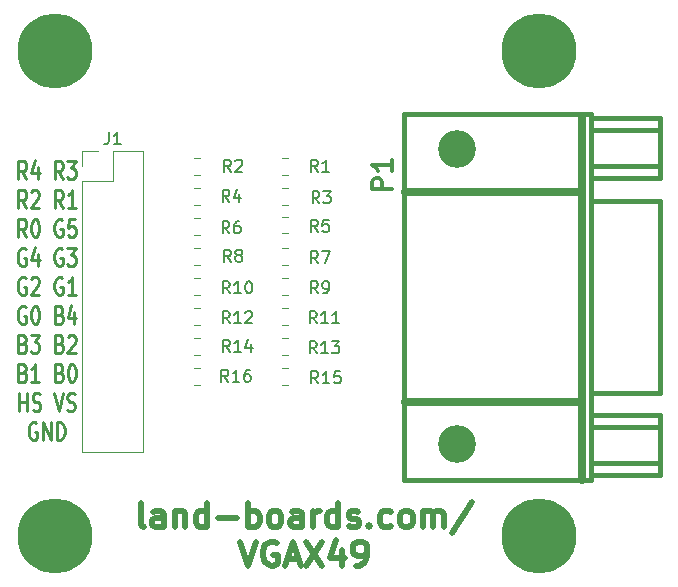
<source format=gto>
G04 #@! TF.GenerationSoftware,KiCad,Pcbnew,(6.0.1)*
G04 #@! TF.CreationDate,2022-05-17T17:19:42-04:00*
G04 #@! TF.ProjectId,VGAX49,56474158-3439-42e6-9b69-6361645f7063,X1*
G04 #@! TF.SameCoordinates,Original*
G04 #@! TF.FileFunction,Legend,Top*
G04 #@! TF.FilePolarity,Positive*
%FSLAX46Y46*%
G04 Gerber Fmt 4.6, Leading zero omitted, Abs format (unit mm)*
G04 Created by KiCad (PCBNEW (6.0.1)) date 2022-05-17 17:19:42*
%MOMM*%
%LPD*%
G01*
G04 APERTURE LIST*
%ADD10C,0.285750*%
%ADD11C,0.508000*%
%ADD12C,0.150000*%
%ADD13C,0.317500*%
%ADD14C,0.120000*%
%ADD15C,0.381000*%
%ADD16C,0.650000*%
%ADD17C,6.350000*%
%ADD18C,3.200000*%
G04 APERTURE END LIST*
D10*
X11593285Y-24827048D02*
X11212285Y-24101334D01*
X10940142Y-24827048D02*
X10940142Y-23303048D01*
X11375571Y-23303048D01*
X11484428Y-23375620D01*
X11538857Y-23448191D01*
X11593285Y-23593334D01*
X11593285Y-23811048D01*
X11538857Y-23956191D01*
X11484428Y-24028762D01*
X11375571Y-24101334D01*
X10940142Y-24101334D01*
X12573000Y-23811048D02*
X12573000Y-24827048D01*
X12300857Y-23230477D02*
X12028714Y-24319048D01*
X12736285Y-24319048D01*
X14695714Y-24827048D02*
X14314714Y-24101334D01*
X14042571Y-24827048D02*
X14042571Y-23303048D01*
X14478000Y-23303048D01*
X14586857Y-23375620D01*
X14641285Y-23448191D01*
X14695714Y-23593334D01*
X14695714Y-23811048D01*
X14641285Y-23956191D01*
X14586857Y-24028762D01*
X14478000Y-24101334D01*
X14042571Y-24101334D01*
X15076714Y-23303048D02*
X15784285Y-23303048D01*
X15403285Y-23883620D01*
X15566571Y-23883620D01*
X15675428Y-23956191D01*
X15729857Y-24028762D01*
X15784285Y-24173905D01*
X15784285Y-24536762D01*
X15729857Y-24681905D01*
X15675428Y-24754477D01*
X15566571Y-24827048D01*
X15240000Y-24827048D01*
X15131142Y-24754477D01*
X15076714Y-24681905D01*
X11593285Y-27280688D02*
X11212285Y-26554974D01*
X10940142Y-27280688D02*
X10940142Y-25756688D01*
X11375571Y-25756688D01*
X11484428Y-25829260D01*
X11538857Y-25901831D01*
X11593285Y-26046974D01*
X11593285Y-26264688D01*
X11538857Y-26409831D01*
X11484428Y-26482402D01*
X11375571Y-26554974D01*
X10940142Y-26554974D01*
X12028714Y-25901831D02*
X12083142Y-25829260D01*
X12192000Y-25756688D01*
X12464142Y-25756688D01*
X12573000Y-25829260D01*
X12627428Y-25901831D01*
X12681857Y-26046974D01*
X12681857Y-26192117D01*
X12627428Y-26409831D01*
X11974285Y-27280688D01*
X12681857Y-27280688D01*
X14695714Y-27280688D02*
X14314714Y-26554974D01*
X14042571Y-27280688D02*
X14042571Y-25756688D01*
X14478000Y-25756688D01*
X14586857Y-25829260D01*
X14641285Y-25901831D01*
X14695714Y-26046974D01*
X14695714Y-26264688D01*
X14641285Y-26409831D01*
X14586857Y-26482402D01*
X14478000Y-26554974D01*
X14042571Y-26554974D01*
X15784285Y-27280688D02*
X15131142Y-27280688D01*
X15457714Y-27280688D02*
X15457714Y-25756688D01*
X15348857Y-25974402D01*
X15240000Y-26119545D01*
X15131142Y-26192117D01*
X11593285Y-29734328D02*
X11212285Y-29008614D01*
X10940142Y-29734328D02*
X10940142Y-28210328D01*
X11375571Y-28210328D01*
X11484428Y-28282900D01*
X11538857Y-28355471D01*
X11593285Y-28500614D01*
X11593285Y-28718328D01*
X11538857Y-28863471D01*
X11484428Y-28936042D01*
X11375571Y-29008614D01*
X10940142Y-29008614D01*
X12300857Y-28210328D02*
X12409714Y-28210328D01*
X12518571Y-28282900D01*
X12573000Y-28355471D01*
X12627428Y-28500614D01*
X12681857Y-28790900D01*
X12681857Y-29153757D01*
X12627428Y-29444042D01*
X12573000Y-29589185D01*
X12518571Y-29661757D01*
X12409714Y-29734328D01*
X12300857Y-29734328D01*
X12192000Y-29661757D01*
X12137571Y-29589185D01*
X12083142Y-29444042D01*
X12028714Y-29153757D01*
X12028714Y-28790900D01*
X12083142Y-28500614D01*
X12137571Y-28355471D01*
X12192000Y-28282900D01*
X12300857Y-28210328D01*
X14641285Y-28282900D02*
X14532428Y-28210328D01*
X14369142Y-28210328D01*
X14205857Y-28282900D01*
X14097000Y-28428042D01*
X14042571Y-28573185D01*
X13988142Y-28863471D01*
X13988142Y-29081185D01*
X14042571Y-29371471D01*
X14097000Y-29516614D01*
X14205857Y-29661757D01*
X14369142Y-29734328D01*
X14478000Y-29734328D01*
X14641285Y-29661757D01*
X14695714Y-29589185D01*
X14695714Y-29081185D01*
X14478000Y-29081185D01*
X15729857Y-28210328D02*
X15185571Y-28210328D01*
X15131142Y-28936042D01*
X15185571Y-28863471D01*
X15294428Y-28790900D01*
X15566571Y-28790900D01*
X15675428Y-28863471D01*
X15729857Y-28936042D01*
X15784285Y-29081185D01*
X15784285Y-29444042D01*
X15729857Y-29589185D01*
X15675428Y-29661757D01*
X15566571Y-29734328D01*
X15294428Y-29734328D01*
X15185571Y-29661757D01*
X15131142Y-29589185D01*
X11538857Y-30736540D02*
X11430000Y-30663968D01*
X11266714Y-30663968D01*
X11103428Y-30736540D01*
X10994571Y-30881682D01*
X10940142Y-31026825D01*
X10885714Y-31317111D01*
X10885714Y-31534825D01*
X10940142Y-31825111D01*
X10994571Y-31970254D01*
X11103428Y-32115397D01*
X11266714Y-32187968D01*
X11375571Y-32187968D01*
X11538857Y-32115397D01*
X11593285Y-32042825D01*
X11593285Y-31534825D01*
X11375571Y-31534825D01*
X12573000Y-31171968D02*
X12573000Y-32187968D01*
X12300857Y-30591397D02*
X12028714Y-31679968D01*
X12736285Y-31679968D01*
X14641285Y-30736540D02*
X14532428Y-30663968D01*
X14369142Y-30663968D01*
X14205857Y-30736540D01*
X14097000Y-30881682D01*
X14042571Y-31026825D01*
X13988142Y-31317111D01*
X13988142Y-31534825D01*
X14042571Y-31825111D01*
X14097000Y-31970254D01*
X14205857Y-32115397D01*
X14369142Y-32187968D01*
X14478000Y-32187968D01*
X14641285Y-32115397D01*
X14695714Y-32042825D01*
X14695714Y-31534825D01*
X14478000Y-31534825D01*
X15076714Y-30663968D02*
X15784285Y-30663968D01*
X15403285Y-31244540D01*
X15566571Y-31244540D01*
X15675428Y-31317111D01*
X15729857Y-31389682D01*
X15784285Y-31534825D01*
X15784285Y-31897682D01*
X15729857Y-32042825D01*
X15675428Y-32115397D01*
X15566571Y-32187968D01*
X15240000Y-32187968D01*
X15131142Y-32115397D01*
X15076714Y-32042825D01*
X11538857Y-33190180D02*
X11430000Y-33117608D01*
X11266714Y-33117608D01*
X11103428Y-33190180D01*
X10994571Y-33335322D01*
X10940142Y-33480465D01*
X10885714Y-33770751D01*
X10885714Y-33988465D01*
X10940142Y-34278751D01*
X10994571Y-34423894D01*
X11103428Y-34569037D01*
X11266714Y-34641608D01*
X11375571Y-34641608D01*
X11538857Y-34569037D01*
X11593285Y-34496465D01*
X11593285Y-33988465D01*
X11375571Y-33988465D01*
X12028714Y-33262751D02*
X12083142Y-33190180D01*
X12192000Y-33117608D01*
X12464142Y-33117608D01*
X12573000Y-33190180D01*
X12627428Y-33262751D01*
X12681857Y-33407894D01*
X12681857Y-33553037D01*
X12627428Y-33770751D01*
X11974285Y-34641608D01*
X12681857Y-34641608D01*
X14641285Y-33190180D02*
X14532428Y-33117608D01*
X14369142Y-33117608D01*
X14205857Y-33190180D01*
X14097000Y-33335322D01*
X14042571Y-33480465D01*
X13988142Y-33770751D01*
X13988142Y-33988465D01*
X14042571Y-34278751D01*
X14097000Y-34423894D01*
X14205857Y-34569037D01*
X14369142Y-34641608D01*
X14478000Y-34641608D01*
X14641285Y-34569037D01*
X14695714Y-34496465D01*
X14695714Y-33988465D01*
X14478000Y-33988465D01*
X15784285Y-34641608D02*
X15131142Y-34641608D01*
X15457714Y-34641608D02*
X15457714Y-33117608D01*
X15348857Y-33335322D01*
X15240000Y-33480465D01*
X15131142Y-33553037D01*
X11538857Y-35643820D02*
X11430000Y-35571248D01*
X11266714Y-35571248D01*
X11103428Y-35643820D01*
X10994571Y-35788962D01*
X10940142Y-35934105D01*
X10885714Y-36224391D01*
X10885714Y-36442105D01*
X10940142Y-36732391D01*
X10994571Y-36877534D01*
X11103428Y-37022677D01*
X11266714Y-37095248D01*
X11375571Y-37095248D01*
X11538857Y-37022677D01*
X11593285Y-36950105D01*
X11593285Y-36442105D01*
X11375571Y-36442105D01*
X12300857Y-35571248D02*
X12409714Y-35571248D01*
X12518571Y-35643820D01*
X12573000Y-35716391D01*
X12627428Y-35861534D01*
X12681857Y-36151820D01*
X12681857Y-36514677D01*
X12627428Y-36804962D01*
X12573000Y-36950105D01*
X12518571Y-37022677D01*
X12409714Y-37095248D01*
X12300857Y-37095248D01*
X12192000Y-37022677D01*
X12137571Y-36950105D01*
X12083142Y-36804962D01*
X12028714Y-36514677D01*
X12028714Y-36151820D01*
X12083142Y-35861534D01*
X12137571Y-35716391D01*
X12192000Y-35643820D01*
X12300857Y-35571248D01*
X14423571Y-36296962D02*
X14586857Y-36369534D01*
X14641285Y-36442105D01*
X14695714Y-36587248D01*
X14695714Y-36804962D01*
X14641285Y-36950105D01*
X14586857Y-37022677D01*
X14478000Y-37095248D01*
X14042571Y-37095248D01*
X14042571Y-35571248D01*
X14423571Y-35571248D01*
X14532428Y-35643820D01*
X14586857Y-35716391D01*
X14641285Y-35861534D01*
X14641285Y-36006677D01*
X14586857Y-36151820D01*
X14532428Y-36224391D01*
X14423571Y-36296962D01*
X14042571Y-36296962D01*
X15675428Y-36079248D02*
X15675428Y-37095248D01*
X15403285Y-35498677D02*
X15131142Y-36587248D01*
X15838714Y-36587248D01*
X11321142Y-38750602D02*
X11484428Y-38823174D01*
X11538857Y-38895745D01*
X11593285Y-39040888D01*
X11593285Y-39258602D01*
X11538857Y-39403745D01*
X11484428Y-39476317D01*
X11375571Y-39548888D01*
X10940142Y-39548888D01*
X10940142Y-38024888D01*
X11321142Y-38024888D01*
X11430000Y-38097460D01*
X11484428Y-38170031D01*
X11538857Y-38315174D01*
X11538857Y-38460317D01*
X11484428Y-38605460D01*
X11430000Y-38678031D01*
X11321142Y-38750602D01*
X10940142Y-38750602D01*
X11974285Y-38024888D02*
X12681857Y-38024888D01*
X12300857Y-38605460D01*
X12464142Y-38605460D01*
X12573000Y-38678031D01*
X12627428Y-38750602D01*
X12681857Y-38895745D01*
X12681857Y-39258602D01*
X12627428Y-39403745D01*
X12573000Y-39476317D01*
X12464142Y-39548888D01*
X12137571Y-39548888D01*
X12028714Y-39476317D01*
X11974285Y-39403745D01*
X14423571Y-38750602D02*
X14586857Y-38823174D01*
X14641285Y-38895745D01*
X14695714Y-39040888D01*
X14695714Y-39258602D01*
X14641285Y-39403745D01*
X14586857Y-39476317D01*
X14478000Y-39548888D01*
X14042571Y-39548888D01*
X14042571Y-38024888D01*
X14423571Y-38024888D01*
X14532428Y-38097460D01*
X14586857Y-38170031D01*
X14641285Y-38315174D01*
X14641285Y-38460317D01*
X14586857Y-38605460D01*
X14532428Y-38678031D01*
X14423571Y-38750602D01*
X14042571Y-38750602D01*
X15131142Y-38170031D02*
X15185571Y-38097460D01*
X15294428Y-38024888D01*
X15566571Y-38024888D01*
X15675428Y-38097460D01*
X15729857Y-38170031D01*
X15784285Y-38315174D01*
X15784285Y-38460317D01*
X15729857Y-38678031D01*
X15076714Y-39548888D01*
X15784285Y-39548888D01*
X11321142Y-41204242D02*
X11484428Y-41276814D01*
X11538857Y-41349385D01*
X11593285Y-41494528D01*
X11593285Y-41712242D01*
X11538857Y-41857385D01*
X11484428Y-41929957D01*
X11375571Y-42002528D01*
X10940142Y-42002528D01*
X10940142Y-40478528D01*
X11321142Y-40478528D01*
X11430000Y-40551100D01*
X11484428Y-40623671D01*
X11538857Y-40768814D01*
X11538857Y-40913957D01*
X11484428Y-41059100D01*
X11430000Y-41131671D01*
X11321142Y-41204242D01*
X10940142Y-41204242D01*
X12681857Y-42002528D02*
X12028714Y-42002528D01*
X12355285Y-42002528D02*
X12355285Y-40478528D01*
X12246428Y-40696242D01*
X12137571Y-40841385D01*
X12028714Y-40913957D01*
X14423571Y-41204242D02*
X14586857Y-41276814D01*
X14641285Y-41349385D01*
X14695714Y-41494528D01*
X14695714Y-41712242D01*
X14641285Y-41857385D01*
X14586857Y-41929957D01*
X14478000Y-42002528D01*
X14042571Y-42002528D01*
X14042571Y-40478528D01*
X14423571Y-40478528D01*
X14532428Y-40551100D01*
X14586857Y-40623671D01*
X14641285Y-40768814D01*
X14641285Y-40913957D01*
X14586857Y-41059100D01*
X14532428Y-41131671D01*
X14423571Y-41204242D01*
X14042571Y-41204242D01*
X15403285Y-40478528D02*
X15512142Y-40478528D01*
X15621000Y-40551100D01*
X15675428Y-40623671D01*
X15729857Y-40768814D01*
X15784285Y-41059100D01*
X15784285Y-41421957D01*
X15729857Y-41712242D01*
X15675428Y-41857385D01*
X15621000Y-41929957D01*
X15512142Y-42002528D01*
X15403285Y-42002528D01*
X15294428Y-41929957D01*
X15240000Y-41857385D01*
X15185571Y-41712242D01*
X15131142Y-41421957D01*
X15131142Y-41059100D01*
X15185571Y-40768814D01*
X15240000Y-40623671D01*
X15294428Y-40551100D01*
X15403285Y-40478528D01*
X10994571Y-44456168D02*
X10994571Y-42932168D01*
X10994571Y-43657882D02*
X11647714Y-43657882D01*
X11647714Y-44456168D02*
X11647714Y-42932168D01*
X12137571Y-44383597D02*
X12300857Y-44456168D01*
X12573000Y-44456168D01*
X12681857Y-44383597D01*
X12736285Y-44311025D01*
X12790714Y-44165882D01*
X12790714Y-44020740D01*
X12736285Y-43875597D01*
X12681857Y-43803025D01*
X12573000Y-43730454D01*
X12355285Y-43657882D01*
X12246428Y-43585311D01*
X12192000Y-43512740D01*
X12137571Y-43367597D01*
X12137571Y-43222454D01*
X12192000Y-43077311D01*
X12246428Y-43004740D01*
X12355285Y-42932168D01*
X12627428Y-42932168D01*
X12790714Y-43004740D01*
X13988142Y-42932168D02*
X14369142Y-44456168D01*
X14750142Y-42932168D01*
X15076714Y-44383597D02*
X15240000Y-44456168D01*
X15512142Y-44456168D01*
X15621000Y-44383597D01*
X15675428Y-44311025D01*
X15729857Y-44165882D01*
X15729857Y-44020740D01*
X15675428Y-43875597D01*
X15621000Y-43803025D01*
X15512142Y-43730454D01*
X15294428Y-43657882D01*
X15185571Y-43585311D01*
X15131142Y-43512740D01*
X15076714Y-43367597D01*
X15076714Y-43222454D01*
X15131142Y-43077311D01*
X15185571Y-43004740D01*
X15294428Y-42932168D01*
X15566571Y-42932168D01*
X15729857Y-43004740D01*
X12464142Y-45458380D02*
X12355285Y-45385808D01*
X12192000Y-45385808D01*
X12028714Y-45458380D01*
X11919857Y-45603522D01*
X11865428Y-45748665D01*
X11811000Y-46038951D01*
X11811000Y-46256665D01*
X11865428Y-46546951D01*
X11919857Y-46692094D01*
X12028714Y-46837237D01*
X12192000Y-46909808D01*
X12300857Y-46909808D01*
X12464142Y-46837237D01*
X12518571Y-46764665D01*
X12518571Y-46256665D01*
X12300857Y-46256665D01*
X13008428Y-46909808D02*
X13008428Y-45385808D01*
X13661571Y-46909808D01*
X13661571Y-45385808D01*
X14205857Y-46909808D02*
X14205857Y-45385808D01*
X14478000Y-45385808D01*
X14641285Y-45458380D01*
X14750142Y-45603522D01*
X14804571Y-45748665D01*
X14859000Y-46038951D01*
X14859000Y-46256665D01*
X14804571Y-46546951D01*
X14750142Y-46692094D01*
X14641285Y-46837237D01*
X14478000Y-46909808D01*
X14205857Y-46909808D01*
D11*
X21583952Y-54274478D02*
X21390428Y-54177716D01*
X21293666Y-53984192D01*
X21293666Y-52242478D01*
X23228904Y-54274478D02*
X23228904Y-53210097D01*
X23132142Y-53016573D01*
X22938619Y-52919811D01*
X22551571Y-52919811D01*
X22358047Y-53016573D01*
X23228904Y-54177716D02*
X23035380Y-54274478D01*
X22551571Y-54274478D01*
X22358047Y-54177716D01*
X22261285Y-53984192D01*
X22261285Y-53790668D01*
X22358047Y-53597144D01*
X22551571Y-53500382D01*
X23035380Y-53500382D01*
X23228904Y-53403620D01*
X24196523Y-52919811D02*
X24196523Y-54274478D01*
X24196523Y-53113335D02*
X24293285Y-53016573D01*
X24486809Y-52919811D01*
X24777095Y-52919811D01*
X24970619Y-53016573D01*
X25067380Y-53210097D01*
X25067380Y-54274478D01*
X26905857Y-54274478D02*
X26905857Y-52242478D01*
X26905857Y-54177716D02*
X26712333Y-54274478D01*
X26325285Y-54274478D01*
X26131761Y-54177716D01*
X26035000Y-54080954D01*
X25938238Y-53887430D01*
X25938238Y-53306859D01*
X26035000Y-53113335D01*
X26131761Y-53016573D01*
X26325285Y-52919811D01*
X26712333Y-52919811D01*
X26905857Y-53016573D01*
X27873476Y-53500382D02*
X29421666Y-53500382D01*
X30389285Y-54274478D02*
X30389285Y-52242478D01*
X30389285Y-53016573D02*
X30582809Y-52919811D01*
X30969857Y-52919811D01*
X31163380Y-53016573D01*
X31260142Y-53113335D01*
X31356904Y-53306859D01*
X31356904Y-53887430D01*
X31260142Y-54080954D01*
X31163380Y-54177716D01*
X30969857Y-54274478D01*
X30582809Y-54274478D01*
X30389285Y-54177716D01*
X32518047Y-54274478D02*
X32324523Y-54177716D01*
X32227761Y-54080954D01*
X32131000Y-53887430D01*
X32131000Y-53306859D01*
X32227761Y-53113335D01*
X32324523Y-53016573D01*
X32518047Y-52919811D01*
X32808333Y-52919811D01*
X33001857Y-53016573D01*
X33098619Y-53113335D01*
X33195380Y-53306859D01*
X33195380Y-53887430D01*
X33098619Y-54080954D01*
X33001857Y-54177716D01*
X32808333Y-54274478D01*
X32518047Y-54274478D01*
X34937095Y-54274478D02*
X34937095Y-53210097D01*
X34840333Y-53016573D01*
X34646809Y-52919811D01*
X34259761Y-52919811D01*
X34066238Y-53016573D01*
X34937095Y-54177716D02*
X34743571Y-54274478D01*
X34259761Y-54274478D01*
X34066238Y-54177716D01*
X33969476Y-53984192D01*
X33969476Y-53790668D01*
X34066238Y-53597144D01*
X34259761Y-53500382D01*
X34743571Y-53500382D01*
X34937095Y-53403620D01*
X35904714Y-54274478D02*
X35904714Y-52919811D01*
X35904714Y-53306859D02*
X36001476Y-53113335D01*
X36098238Y-53016573D01*
X36291761Y-52919811D01*
X36485285Y-52919811D01*
X38033476Y-54274478D02*
X38033476Y-52242478D01*
X38033476Y-54177716D02*
X37839952Y-54274478D01*
X37452904Y-54274478D01*
X37259380Y-54177716D01*
X37162619Y-54080954D01*
X37065857Y-53887430D01*
X37065857Y-53306859D01*
X37162619Y-53113335D01*
X37259380Y-53016573D01*
X37452904Y-52919811D01*
X37839952Y-52919811D01*
X38033476Y-53016573D01*
X38904333Y-54177716D02*
X39097857Y-54274478D01*
X39484904Y-54274478D01*
X39678428Y-54177716D01*
X39775190Y-53984192D01*
X39775190Y-53887430D01*
X39678428Y-53693906D01*
X39484904Y-53597144D01*
X39194619Y-53597144D01*
X39001095Y-53500382D01*
X38904333Y-53306859D01*
X38904333Y-53210097D01*
X39001095Y-53016573D01*
X39194619Y-52919811D01*
X39484904Y-52919811D01*
X39678428Y-53016573D01*
X40646047Y-54080954D02*
X40742809Y-54177716D01*
X40646047Y-54274478D01*
X40549285Y-54177716D01*
X40646047Y-54080954D01*
X40646047Y-54274478D01*
X42484523Y-54177716D02*
X42291000Y-54274478D01*
X41903952Y-54274478D01*
X41710428Y-54177716D01*
X41613666Y-54080954D01*
X41516904Y-53887430D01*
X41516904Y-53306859D01*
X41613666Y-53113335D01*
X41710428Y-53016573D01*
X41903952Y-52919811D01*
X42291000Y-52919811D01*
X42484523Y-53016573D01*
X43645666Y-54274478D02*
X43452142Y-54177716D01*
X43355380Y-54080954D01*
X43258619Y-53887430D01*
X43258619Y-53306859D01*
X43355380Y-53113335D01*
X43452142Y-53016573D01*
X43645666Y-52919811D01*
X43935952Y-52919811D01*
X44129476Y-53016573D01*
X44226238Y-53113335D01*
X44323000Y-53306859D01*
X44323000Y-53887430D01*
X44226238Y-54080954D01*
X44129476Y-54177716D01*
X43935952Y-54274478D01*
X43645666Y-54274478D01*
X45193857Y-54274478D02*
X45193857Y-52919811D01*
X45193857Y-53113335D02*
X45290619Y-53016573D01*
X45484142Y-52919811D01*
X45774428Y-52919811D01*
X45967952Y-53016573D01*
X46064714Y-53210097D01*
X46064714Y-54274478D01*
X46064714Y-53210097D02*
X46161476Y-53016573D01*
X46355000Y-52919811D01*
X46645285Y-52919811D01*
X46838809Y-53016573D01*
X46935571Y-53210097D01*
X46935571Y-54274478D01*
X49354619Y-52145716D02*
X47612904Y-54758287D01*
X29711952Y-55513998D02*
X30389285Y-57545998D01*
X31066619Y-55513998D01*
X32808333Y-55610760D02*
X32614809Y-55513998D01*
X32324523Y-55513998D01*
X32034238Y-55610760D01*
X31840714Y-55804283D01*
X31743952Y-55997807D01*
X31647190Y-56384855D01*
X31647190Y-56675140D01*
X31743952Y-57062188D01*
X31840714Y-57255712D01*
X32034238Y-57449236D01*
X32324523Y-57545998D01*
X32518047Y-57545998D01*
X32808333Y-57449236D01*
X32905095Y-57352474D01*
X32905095Y-56675140D01*
X32518047Y-56675140D01*
X33679190Y-56965426D02*
X34646809Y-56965426D01*
X33485666Y-57545998D02*
X34163000Y-55513998D01*
X34840333Y-57545998D01*
X35324142Y-55513998D02*
X36678809Y-57545998D01*
X36678809Y-55513998D02*
X35324142Y-57545998D01*
X38323761Y-56191331D02*
X38323761Y-57545998D01*
X37839952Y-55417236D02*
X37356142Y-56868664D01*
X38614047Y-56868664D01*
X39484904Y-57545998D02*
X39871952Y-57545998D01*
X40065476Y-57449236D01*
X40162238Y-57352474D01*
X40355761Y-57062188D01*
X40452523Y-56675140D01*
X40452523Y-55901045D01*
X40355761Y-55707521D01*
X40259000Y-55610760D01*
X40065476Y-55513998D01*
X39678428Y-55513998D01*
X39484904Y-55610760D01*
X39388142Y-55707521D01*
X39291380Y-55901045D01*
X39291380Y-56384855D01*
X39388142Y-56578379D01*
X39484904Y-56675140D01*
X39678428Y-56771902D01*
X40065476Y-56771902D01*
X40259000Y-56675140D01*
X40355761Y-56578379D01*
X40452523Y-56384855D01*
D12*
X18589666Y-20871380D02*
X18589666Y-21585666D01*
X18542047Y-21728523D01*
X18446809Y-21823761D01*
X18303952Y-21871380D01*
X18208714Y-21871380D01*
X19589666Y-21871380D02*
X19018238Y-21871380D01*
X19303952Y-21871380D02*
X19303952Y-20871380D01*
X19208714Y-21014238D01*
X19113476Y-21109476D01*
X19018238Y-21157095D01*
D13*
X42529880Y-25704195D02*
X40878880Y-25704195D01*
X40878880Y-25075242D01*
X40957500Y-24918004D01*
X41036119Y-24839385D01*
X41193357Y-24760766D01*
X41429214Y-24760766D01*
X41586452Y-24839385D01*
X41665071Y-24918004D01*
X41743690Y-25075242D01*
X41743690Y-25704195D01*
X42529880Y-23188385D02*
X42529880Y-24131814D01*
X42529880Y-23660100D02*
X40878880Y-23660100D01*
X41114738Y-23817338D01*
X41271976Y-23974576D01*
X41350595Y-24131814D01*
D12*
X36282333Y-24201380D02*
X35949000Y-23725190D01*
X35710904Y-24201380D02*
X35710904Y-23201380D01*
X36091857Y-23201380D01*
X36187095Y-23249000D01*
X36234714Y-23296619D01*
X36282333Y-23391857D01*
X36282333Y-23534714D01*
X36234714Y-23629952D01*
X36187095Y-23677571D01*
X36091857Y-23725190D01*
X35710904Y-23725190D01*
X37234714Y-24201380D02*
X36663285Y-24201380D01*
X36949000Y-24201380D02*
X36949000Y-23201380D01*
X36853761Y-23344238D01*
X36758523Y-23439476D01*
X36663285Y-23487095D01*
X28916333Y-24201380D02*
X28583000Y-23725190D01*
X28344904Y-24201380D02*
X28344904Y-23201380D01*
X28725857Y-23201380D01*
X28821095Y-23249000D01*
X28868714Y-23296619D01*
X28916333Y-23391857D01*
X28916333Y-23534714D01*
X28868714Y-23629952D01*
X28821095Y-23677571D01*
X28725857Y-23725190D01*
X28344904Y-23725190D01*
X29297285Y-23296619D02*
X29344904Y-23249000D01*
X29440142Y-23201380D01*
X29678238Y-23201380D01*
X29773476Y-23249000D01*
X29821095Y-23296619D01*
X29868714Y-23391857D01*
X29868714Y-23487095D01*
X29821095Y-23629952D01*
X29249666Y-24201380D01*
X29868714Y-24201380D01*
X36409333Y-26868380D02*
X36076000Y-26392190D01*
X35837904Y-26868380D02*
X35837904Y-25868380D01*
X36218857Y-25868380D01*
X36314095Y-25916000D01*
X36361714Y-25963619D01*
X36409333Y-26058857D01*
X36409333Y-26201714D01*
X36361714Y-26296952D01*
X36314095Y-26344571D01*
X36218857Y-26392190D01*
X35837904Y-26392190D01*
X36742666Y-25868380D02*
X37361714Y-25868380D01*
X37028380Y-26249333D01*
X37171238Y-26249333D01*
X37266476Y-26296952D01*
X37314095Y-26344571D01*
X37361714Y-26439809D01*
X37361714Y-26677904D01*
X37314095Y-26773142D01*
X37266476Y-26820761D01*
X37171238Y-26868380D01*
X36885523Y-26868380D01*
X36790285Y-26820761D01*
X36742666Y-26773142D01*
X28789333Y-26741380D02*
X28456000Y-26265190D01*
X28217904Y-26741380D02*
X28217904Y-25741380D01*
X28598857Y-25741380D01*
X28694095Y-25789000D01*
X28741714Y-25836619D01*
X28789333Y-25931857D01*
X28789333Y-26074714D01*
X28741714Y-26169952D01*
X28694095Y-26217571D01*
X28598857Y-26265190D01*
X28217904Y-26265190D01*
X29646476Y-26074714D02*
X29646476Y-26741380D01*
X29408380Y-25693761D02*
X29170285Y-26408047D01*
X29789333Y-26408047D01*
X36282333Y-29281380D02*
X35949000Y-28805190D01*
X35710904Y-29281380D02*
X35710904Y-28281380D01*
X36091857Y-28281380D01*
X36187095Y-28329000D01*
X36234714Y-28376619D01*
X36282333Y-28471857D01*
X36282333Y-28614714D01*
X36234714Y-28709952D01*
X36187095Y-28757571D01*
X36091857Y-28805190D01*
X35710904Y-28805190D01*
X37187095Y-28281380D02*
X36710904Y-28281380D01*
X36663285Y-28757571D01*
X36710904Y-28709952D01*
X36806142Y-28662333D01*
X37044238Y-28662333D01*
X37139476Y-28709952D01*
X37187095Y-28757571D01*
X37234714Y-28852809D01*
X37234714Y-29090904D01*
X37187095Y-29186142D01*
X37139476Y-29233761D01*
X37044238Y-29281380D01*
X36806142Y-29281380D01*
X36710904Y-29233761D01*
X36663285Y-29186142D01*
X28789333Y-29408380D02*
X28456000Y-28932190D01*
X28217904Y-29408380D02*
X28217904Y-28408380D01*
X28598857Y-28408380D01*
X28694095Y-28456000D01*
X28741714Y-28503619D01*
X28789333Y-28598857D01*
X28789333Y-28741714D01*
X28741714Y-28836952D01*
X28694095Y-28884571D01*
X28598857Y-28932190D01*
X28217904Y-28932190D01*
X29646476Y-28408380D02*
X29456000Y-28408380D01*
X29360761Y-28456000D01*
X29313142Y-28503619D01*
X29217904Y-28646476D01*
X29170285Y-28836952D01*
X29170285Y-29217904D01*
X29217904Y-29313142D01*
X29265523Y-29360761D01*
X29360761Y-29408380D01*
X29551238Y-29408380D01*
X29646476Y-29360761D01*
X29694095Y-29313142D01*
X29741714Y-29217904D01*
X29741714Y-28979809D01*
X29694095Y-28884571D01*
X29646476Y-28836952D01*
X29551238Y-28789333D01*
X29360761Y-28789333D01*
X29265523Y-28836952D01*
X29217904Y-28884571D01*
X29170285Y-28979809D01*
X36282333Y-31948380D02*
X35949000Y-31472190D01*
X35710904Y-31948380D02*
X35710904Y-30948380D01*
X36091857Y-30948380D01*
X36187095Y-30996000D01*
X36234714Y-31043619D01*
X36282333Y-31138857D01*
X36282333Y-31281714D01*
X36234714Y-31376952D01*
X36187095Y-31424571D01*
X36091857Y-31472190D01*
X35710904Y-31472190D01*
X36615666Y-30948380D02*
X37282333Y-30948380D01*
X36853761Y-31948380D01*
X28916333Y-31821380D02*
X28583000Y-31345190D01*
X28344904Y-31821380D02*
X28344904Y-30821380D01*
X28725857Y-30821380D01*
X28821095Y-30869000D01*
X28868714Y-30916619D01*
X28916333Y-31011857D01*
X28916333Y-31154714D01*
X28868714Y-31249952D01*
X28821095Y-31297571D01*
X28725857Y-31345190D01*
X28344904Y-31345190D01*
X29487761Y-31249952D02*
X29392523Y-31202333D01*
X29344904Y-31154714D01*
X29297285Y-31059476D01*
X29297285Y-31011857D01*
X29344904Y-30916619D01*
X29392523Y-30869000D01*
X29487761Y-30821380D01*
X29678238Y-30821380D01*
X29773476Y-30869000D01*
X29821095Y-30916619D01*
X29868714Y-31011857D01*
X29868714Y-31059476D01*
X29821095Y-31154714D01*
X29773476Y-31202333D01*
X29678238Y-31249952D01*
X29487761Y-31249952D01*
X29392523Y-31297571D01*
X29344904Y-31345190D01*
X29297285Y-31440428D01*
X29297285Y-31630904D01*
X29344904Y-31726142D01*
X29392523Y-31773761D01*
X29487761Y-31821380D01*
X29678238Y-31821380D01*
X29773476Y-31773761D01*
X29821095Y-31726142D01*
X29868714Y-31630904D01*
X29868714Y-31440428D01*
X29821095Y-31345190D01*
X29773476Y-31297571D01*
X29678238Y-31249952D01*
X36282333Y-34488380D02*
X35949000Y-34012190D01*
X35710904Y-34488380D02*
X35710904Y-33488380D01*
X36091857Y-33488380D01*
X36187095Y-33536000D01*
X36234714Y-33583619D01*
X36282333Y-33678857D01*
X36282333Y-33821714D01*
X36234714Y-33916952D01*
X36187095Y-33964571D01*
X36091857Y-34012190D01*
X35710904Y-34012190D01*
X36758523Y-34488380D02*
X36949000Y-34488380D01*
X37044238Y-34440761D01*
X37091857Y-34393142D01*
X37187095Y-34250285D01*
X37234714Y-34059809D01*
X37234714Y-33678857D01*
X37187095Y-33583619D01*
X37139476Y-33536000D01*
X37044238Y-33488380D01*
X36853761Y-33488380D01*
X36758523Y-33536000D01*
X36710904Y-33583619D01*
X36663285Y-33678857D01*
X36663285Y-33916952D01*
X36710904Y-34012190D01*
X36758523Y-34059809D01*
X36853761Y-34107428D01*
X37044238Y-34107428D01*
X37139476Y-34059809D01*
X37187095Y-34012190D01*
X37234714Y-33916952D01*
X28821142Y-34488380D02*
X28487809Y-34012190D01*
X28249714Y-34488380D02*
X28249714Y-33488380D01*
X28630666Y-33488380D01*
X28725904Y-33536000D01*
X28773523Y-33583619D01*
X28821142Y-33678857D01*
X28821142Y-33821714D01*
X28773523Y-33916952D01*
X28725904Y-33964571D01*
X28630666Y-34012190D01*
X28249714Y-34012190D01*
X29773523Y-34488380D02*
X29202095Y-34488380D01*
X29487809Y-34488380D02*
X29487809Y-33488380D01*
X29392571Y-33631238D01*
X29297333Y-33726476D01*
X29202095Y-33774095D01*
X30392571Y-33488380D02*
X30487809Y-33488380D01*
X30583047Y-33536000D01*
X30630666Y-33583619D01*
X30678285Y-33678857D01*
X30725904Y-33869333D01*
X30725904Y-34107428D01*
X30678285Y-34297904D01*
X30630666Y-34393142D01*
X30583047Y-34440761D01*
X30487809Y-34488380D01*
X30392571Y-34488380D01*
X30297333Y-34440761D01*
X30249714Y-34393142D01*
X30202095Y-34297904D01*
X30154476Y-34107428D01*
X30154476Y-33869333D01*
X30202095Y-33678857D01*
X30249714Y-33583619D01*
X30297333Y-33536000D01*
X30392571Y-33488380D01*
X36187142Y-37028380D02*
X35853809Y-36552190D01*
X35615714Y-37028380D02*
X35615714Y-36028380D01*
X35996666Y-36028380D01*
X36091904Y-36076000D01*
X36139523Y-36123619D01*
X36187142Y-36218857D01*
X36187142Y-36361714D01*
X36139523Y-36456952D01*
X36091904Y-36504571D01*
X35996666Y-36552190D01*
X35615714Y-36552190D01*
X37139523Y-37028380D02*
X36568095Y-37028380D01*
X36853809Y-37028380D02*
X36853809Y-36028380D01*
X36758571Y-36171238D01*
X36663333Y-36266476D01*
X36568095Y-36314095D01*
X38091904Y-37028380D02*
X37520476Y-37028380D01*
X37806190Y-37028380D02*
X37806190Y-36028380D01*
X37710952Y-36171238D01*
X37615714Y-36266476D01*
X37520476Y-36314095D01*
X28821142Y-37028380D02*
X28487809Y-36552190D01*
X28249714Y-37028380D02*
X28249714Y-36028380D01*
X28630666Y-36028380D01*
X28725904Y-36076000D01*
X28773523Y-36123619D01*
X28821142Y-36218857D01*
X28821142Y-36361714D01*
X28773523Y-36456952D01*
X28725904Y-36504571D01*
X28630666Y-36552190D01*
X28249714Y-36552190D01*
X29773523Y-37028380D02*
X29202095Y-37028380D01*
X29487809Y-37028380D02*
X29487809Y-36028380D01*
X29392571Y-36171238D01*
X29297333Y-36266476D01*
X29202095Y-36314095D01*
X30154476Y-36123619D02*
X30202095Y-36076000D01*
X30297333Y-36028380D01*
X30535428Y-36028380D01*
X30630666Y-36076000D01*
X30678285Y-36123619D01*
X30725904Y-36218857D01*
X30725904Y-36314095D01*
X30678285Y-36456952D01*
X30106857Y-37028380D01*
X30725904Y-37028380D01*
X36187142Y-39568380D02*
X35853809Y-39092190D01*
X35615714Y-39568380D02*
X35615714Y-38568380D01*
X35996666Y-38568380D01*
X36091904Y-38616000D01*
X36139523Y-38663619D01*
X36187142Y-38758857D01*
X36187142Y-38901714D01*
X36139523Y-38996952D01*
X36091904Y-39044571D01*
X35996666Y-39092190D01*
X35615714Y-39092190D01*
X37139523Y-39568380D02*
X36568095Y-39568380D01*
X36853809Y-39568380D02*
X36853809Y-38568380D01*
X36758571Y-38711238D01*
X36663333Y-38806476D01*
X36568095Y-38854095D01*
X37472857Y-38568380D02*
X38091904Y-38568380D01*
X37758571Y-38949333D01*
X37901428Y-38949333D01*
X37996666Y-38996952D01*
X38044285Y-39044571D01*
X38091904Y-39139809D01*
X38091904Y-39377904D01*
X38044285Y-39473142D01*
X37996666Y-39520761D01*
X37901428Y-39568380D01*
X37615714Y-39568380D01*
X37520476Y-39520761D01*
X37472857Y-39473142D01*
X28821142Y-39441380D02*
X28487809Y-38965190D01*
X28249714Y-39441380D02*
X28249714Y-38441380D01*
X28630666Y-38441380D01*
X28725904Y-38489000D01*
X28773523Y-38536619D01*
X28821142Y-38631857D01*
X28821142Y-38774714D01*
X28773523Y-38869952D01*
X28725904Y-38917571D01*
X28630666Y-38965190D01*
X28249714Y-38965190D01*
X29773523Y-39441380D02*
X29202095Y-39441380D01*
X29487809Y-39441380D02*
X29487809Y-38441380D01*
X29392571Y-38584238D01*
X29297333Y-38679476D01*
X29202095Y-38727095D01*
X30630666Y-38774714D02*
X30630666Y-39441380D01*
X30392571Y-38393761D02*
X30154476Y-39108047D01*
X30773523Y-39108047D01*
X36314142Y-42108380D02*
X35980809Y-41632190D01*
X35742714Y-42108380D02*
X35742714Y-41108380D01*
X36123666Y-41108380D01*
X36218904Y-41156000D01*
X36266523Y-41203619D01*
X36314142Y-41298857D01*
X36314142Y-41441714D01*
X36266523Y-41536952D01*
X36218904Y-41584571D01*
X36123666Y-41632190D01*
X35742714Y-41632190D01*
X37266523Y-42108380D02*
X36695095Y-42108380D01*
X36980809Y-42108380D02*
X36980809Y-41108380D01*
X36885571Y-41251238D01*
X36790333Y-41346476D01*
X36695095Y-41394095D01*
X38171285Y-41108380D02*
X37695095Y-41108380D01*
X37647476Y-41584571D01*
X37695095Y-41536952D01*
X37790333Y-41489333D01*
X38028428Y-41489333D01*
X38123666Y-41536952D01*
X38171285Y-41584571D01*
X38218904Y-41679809D01*
X38218904Y-41917904D01*
X38171285Y-42013142D01*
X38123666Y-42060761D01*
X38028428Y-42108380D01*
X37790333Y-42108380D01*
X37695095Y-42060761D01*
X37647476Y-42013142D01*
X28694142Y-41981380D02*
X28360809Y-41505190D01*
X28122714Y-41981380D02*
X28122714Y-40981380D01*
X28503666Y-40981380D01*
X28598904Y-41029000D01*
X28646523Y-41076619D01*
X28694142Y-41171857D01*
X28694142Y-41314714D01*
X28646523Y-41409952D01*
X28598904Y-41457571D01*
X28503666Y-41505190D01*
X28122714Y-41505190D01*
X29646523Y-41981380D02*
X29075095Y-41981380D01*
X29360809Y-41981380D02*
X29360809Y-40981380D01*
X29265571Y-41124238D01*
X29170333Y-41219476D01*
X29075095Y-41267095D01*
X30503666Y-40981380D02*
X30313190Y-40981380D01*
X30217952Y-41029000D01*
X30170333Y-41076619D01*
X30075095Y-41219476D01*
X30027476Y-41409952D01*
X30027476Y-41790904D01*
X30075095Y-41886142D01*
X30122714Y-41933761D01*
X30217952Y-41981380D01*
X30408428Y-41981380D01*
X30503666Y-41933761D01*
X30551285Y-41886142D01*
X30598904Y-41790904D01*
X30598904Y-41552809D01*
X30551285Y-41457571D01*
X30503666Y-41409952D01*
X30408428Y-41362333D01*
X30217952Y-41362333D01*
X30122714Y-41409952D01*
X30075095Y-41457571D01*
X30027476Y-41552809D01*
D14*
X16323000Y-25019000D02*
X18923000Y-25019000D01*
X16323000Y-22419000D02*
X17653000Y-22419000D01*
X16323000Y-47939000D02*
X21523000Y-47939000D01*
X16323000Y-23749000D02*
X16323000Y-22419000D01*
X18923000Y-22419000D02*
X21523000Y-22419000D01*
X18923000Y-25019000D02*
X18923000Y-22419000D01*
X21523000Y-22419000D02*
X21523000Y-47939000D01*
X16323000Y-25019000D02*
X16323000Y-47939000D01*
D15*
X65278000Y-24765000D02*
X65278000Y-19685000D01*
X43688000Y-19304000D02*
X59182000Y-19304000D01*
X65278000Y-19685000D02*
X59563000Y-19685000D01*
X59436000Y-49911000D02*
X65278000Y-49911000D01*
X59436000Y-44831000D02*
X65278000Y-44831000D01*
X43688000Y-50292000D02*
X59182000Y-50292000D01*
X59436000Y-50292000D02*
X59436000Y-19304000D01*
X59436000Y-48895000D02*
X65278000Y-48895000D01*
X43614340Y-19304000D02*
X43614340Y-50292000D01*
X59436000Y-23749000D02*
X65278000Y-23749000D01*
X65278000Y-42926000D02*
X65278000Y-26670000D01*
X65278000Y-26670000D02*
X59436000Y-26670000D01*
X59436000Y-42926000D02*
X65278000Y-42926000D01*
D16*
X43688000Y-43688000D02*
X58420000Y-43688000D01*
D15*
X59436000Y-20701000D02*
X65278000Y-20701000D01*
X65278000Y-49911000D02*
X65278000Y-44831000D01*
X59436000Y-45847000D02*
X65278000Y-45847000D01*
D16*
X43688000Y-25908000D02*
X58674000Y-25908000D01*
D15*
X59436000Y-24765000D02*
X65278000Y-24765000D01*
D16*
X58674000Y-50292000D02*
X58674000Y-19558000D01*
D14*
X33789252Y-23039000D02*
X33266748Y-23039000D01*
X33789252Y-24459000D02*
X33266748Y-24459000D01*
X26296252Y-23039000D02*
X25773748Y-23039000D01*
X26296252Y-24459000D02*
X25773748Y-24459000D01*
X33789252Y-25579000D02*
X33266748Y-25579000D01*
X33789252Y-26999000D02*
X33266748Y-26999000D01*
X26296252Y-25579000D02*
X25773748Y-25579000D01*
X26296252Y-26999000D02*
X25773748Y-26999000D01*
X33789252Y-29412000D02*
X33266748Y-29412000D01*
X33789252Y-27992000D02*
X33266748Y-27992000D01*
X26296252Y-28119000D02*
X25773748Y-28119000D01*
X26296252Y-29539000D02*
X25773748Y-29539000D01*
X33789252Y-30659000D02*
X33266748Y-30659000D01*
X33789252Y-32079000D02*
X33266748Y-32079000D01*
X26296252Y-30659000D02*
X25773748Y-30659000D01*
X26296252Y-32079000D02*
X25773748Y-32079000D01*
X33789252Y-34619000D02*
X33266748Y-34619000D01*
X33789252Y-33199000D02*
X33266748Y-33199000D01*
X26296252Y-34619000D02*
X25773748Y-34619000D01*
X26296252Y-33199000D02*
X25773748Y-33199000D01*
X33789252Y-37159000D02*
X33266748Y-37159000D01*
X33789252Y-35739000D02*
X33266748Y-35739000D01*
X26296252Y-37159000D02*
X25773748Y-37159000D01*
X26296252Y-35739000D02*
X25773748Y-35739000D01*
X33789252Y-39699000D02*
X33266748Y-39699000D01*
X33789252Y-38279000D02*
X33266748Y-38279000D01*
X26296252Y-38279000D02*
X25773748Y-38279000D01*
X26296252Y-39699000D02*
X25773748Y-39699000D01*
X33789252Y-42239000D02*
X33266748Y-42239000D01*
X33789252Y-40819000D02*
X33266748Y-40819000D01*
X26296252Y-42239000D02*
X25773748Y-42239000D01*
X26296252Y-40819000D02*
X25773748Y-40819000D01*
D17*
X14000000Y-55000000D03*
X55000000Y-55000000D03*
X55000000Y-14000000D03*
X14000000Y-14000000D03*
D18*
X48059340Y-47292260D03*
X48059340Y-22303740D03*
M02*

</source>
